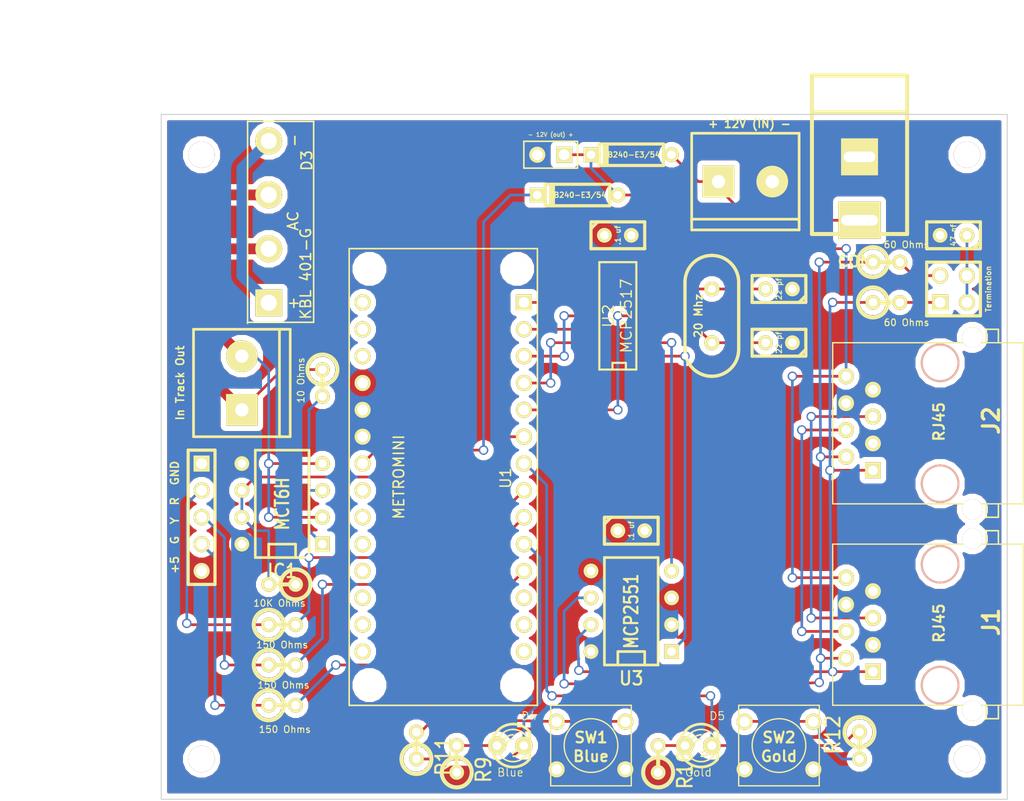
<source format=kicad_pcb>
(kicad_pcb (version 3) (host pcbnew "(2013-june-11)-stable")
  (layers (15 F.Cu signal) (0 B.Cu signal) (18 B.Paste user) (19 F.Paste user) (20 B.SilkS user) (21 F.SilkS user) (22 B.Mask user) (23 F.Mask user) (28 Edge.Cuts user))
  (net 0 "")
  (net 1 +5V)
  (net 2 CS)
  (net 3 GND)
  (net 4 INT)
  (net 5 MISO)
  (net 6 MOSI)
  (net 7 N-000001)
  (net 8 N-0000014)
  (net 9 N-0000015)
  (net 10 N-0000016)
  (net 11 N-0000017)
  (net 12 N-0000018)
  (net 13 N-0000019)
  (net 14 N-000002)
  (net 15 N-0000020)
  (net 16 N-0000021)
  (net 17 N-0000022)
  (net 18 N-0000023)
  (net 19 N-0000024)
  (net 20 N-0000025)
  (net 21 N-0000026)
  (net 22 N-0000027)
  (net 23 N-0000028)
  (net 24 N-0000029)
  (net 25 N-000003)
  (net 26 N-0000030)
  (net 27 N-0000031)
  (net 28 N-0000032)
  (net 29 N-0000033)
  (net 30 N-0000034)
  (net 31 N-0000035)
  (net 32 N-0000036)
  (net 33 N-000004)
  (net 34 N-000005)
  (net 35 N-0000052)
  (net 36 N-0000053)
  (net 37 SCLK)
  (net 38 Vin)
  (module SO14N (layer F.Cu) (at 127 121.92 90)
    (fp_text reference U2 (at 0 -0.9 90) (layer F.SilkS) (effects (font (size 1.016 1.143) (thickness 0.127))))
    (fp_text value MCP2517 (at 0 0.8 90) (layer F.SilkS) (effects (font (size 1.016 1.016) (thickness 0.127))))
    (pad 1 smd rect (at -3.81 2.7 90) (size 0.6 1.5) (layers F.Cu F.Paste F.Mask) (net 9 N-0000015))
    (pad 2 smd rect (at -2.54 2.7 90) (size 0.6 1.5) (layers F.Cu F.Paste F.Mask) (net 8 N-0000014))
    (pad 3 smd rect (at -1.27 2.7 90) (size 0.6 1.5) (layers F.Cu F.Paste F.Mask))
    (pad 4 smd rect (at 0 2.7 90) (size 0.6 1.5) (layers F.Cu F.Paste F.Mask) (net 4 INT))
    (pad 5 smd rect (at 1.27 2.7 90) (size 0.6 1.5) (layers F.Cu F.Paste F.Mask) (net 36 N-0000053))
    (pad 6 smd rect (at 2.54 2.7 90) (size 0.6 1.5) (layers F.Cu F.Paste F.Mask) (net 35 N-0000052))
    (pad 7 smd rect (at 3.81 2.7 90) (size 0.6 1.5) (layers F.Cu F.Paste F.Mask) (net 3 GND))
    (pad 8 smd rect (at 3.81 -2.7 90) (size 0.6 1.6) (layers F.Cu F.Paste F.Mask))
    (pad 9 smd rect (at 2.54 -2.7 90) (size 0.6 1.5) (layers F.Cu F.Paste F.Mask))
    (pad 11 smd rect (at 0 -2.7 90) (size 0.6 1.5) (layers F.Cu F.Paste F.Mask) (net 6 MOSI))
    (pad 12 smd rect (at -1.27 -2.7 90) (size 0.6 1.5) (layers F.Cu F.Paste F.Mask) (net 5 MISO))
    (pad 13 smd rect (at -2.54 -2.7 90) (size 0.6 1.5) (layers F.Cu F.Paste F.Mask) (net 2 CS))
    (pad 14 smd rect (at -3.81 -2.7 90) (size 0.6 1.5) (layers F.Cu F.Paste F.Mask) (net 1 +5V))
    (pad 10 smd rect (at 1.27 -2.7 90) (size 0.6 1.5) (layers F.Cu F.Paste F.Mask) (net 37 SCLK))
  )
  (module SW_PUSH_SMALL (layer F.Cu) (at 124.46 162.56)
    (fp_text reference SW1 (at 0 -0.762) (layer F.SilkS) (effects (font (size 1.016 1.016) (thickness 0.2032))))
    (fp_text value Blue (at 0 1.016) (layer F.SilkS) (effects (font (size 1.016 1.016) (thickness 0.2032))))
    (pad 1 thru_hole circle (at 3.25 -2.25) (size 1.524 1.524) (drill 0.99) (layers *.Cu *.Mask F.SilkS) (net 13 N-0000019))
    (pad 2 thru_hole circle (at 3.25 2.25) (size 1.524 1.524) (drill 0.99) (layers *.Cu *.Mask F.SilkS) (net 3 GND))
    (pad 1 thru_hole circle (at -3.25 -2.25) (size 1.525 1.525) (drill 0.99) (layers *.Cu *.Mask F.SilkS) (net 13 N-0000019))
    (pad 2 thru_hole circle (at -3.25 2.25) (size 1.524 1.524) (drill 0.99) (layers *.Cu *.Mask F.SilkS) (net 3 GND))
  )
  (module SW_PUSH_SMALL (layer F.Cu) (at 142.24 162.56)
    (fp_text reference SW2 (at 0 -0.762) (layer F.SilkS) (effects (font (size 1.016 1.016) (thickness 0.2032))))
    (fp_text value Gold (at 0 1.016) (layer F.SilkS) (effects (font (size 1.016 1.016) (thickness 0.2032))))
    (pad 1 thru_hole circle (at 3.25 -2.25) (size 1.524 1.524) (drill 0.99) (layers *.Cu *.Mask F.SilkS) (net 12 N-0000018))
    (pad 2 thru_hole circle (at 3.25 2.25) (size 1.524 1.524) (drill 0.99) (layers *.Cu *.Mask F.SilkS) (net 3 GND))
    (pad 1 thru_hole circle (at -3.25 -2.25) (size 1.524 1.524) (drill 0.99) (layers *.Cu *.Mask F.SilkS) (net 12 N-0000018))
    (pad 2 thru_hole circle (at -3.25 2.25) (size 1.524 1.524) (drill 0.99) (layers *.Cu *.Mask F.SilkS) (net 3 GND))
  )
  (module ScrewTerm_2.54-5 (layer F.Cu) (at 87.63 140.97 270)
    (fp_text reference P4 hide)
    (fp_text value "+5  G  Y  R  GND" (at 0 2.54 270) (layer F.SilkS) (effects (font (size 0.75 0.75))))
    (pad 1 thru_hole rect (at -5.08 0 270) (size 1.524 1.524) (drill 1.016) (layers *.Cu *.Mask F.SilkS) (net 3 GND))
    (pad 2 thru_hole circle (at -2.54 0 270) (size 1.524 1.524) (drill 1.016) (layers *.Cu *.Mask F.SilkS) (net 29 N-0000033))
    (pad 3 thru_hole circle (at 0 0 270) (size 1.524 1.524) (drill 1.016) (layers *.Cu *.Mask F.SilkS) (net 28 N-0000032))
    (pad 4 thru_hole circle (at 2.54 0 270) (size 1.524 1.524) (drill 1.016) (layers *.Cu *.Mask F.SilkS) (net 27 N-0000031))
    (pad 5 thru_hole circle (at 5.08 0 270) (size 1.524 1.524) (drill 1.016) (layers *.Cu *.Mask F.SilkS) (net 1 +5V))
  )
  (module RJ45_8N-S (layer F.Cu) (at 157.48 132.08 90)
    (fp_text reference J2 (at 0.254 4.826 90) (layer F.SilkS) (effects (font (size 1.524 1.524) (thickness 0.3048))))
    (fp_text value RJ45 (at 0.14224 -0.1016 90) (layer F.SilkS) (effects (font (size 1.00076 1.00076) (thickness 0.2032))))
    (pad "" np_thru_hole circle (at 5.715 0 90) (size 3.64998 3.64998) (drill 3.2512) (layers *.Cu *.SilkS *.Mask))
    (pad "" np_thru_hole circle (at -5.715 0 90) (size 3.64998 3.64998) (drill 3.2512) (layers *.Cu *.SilkS *.Mask))
    (pad 1 thru_hole rect (at -4.445 -6.35 90) (size 1.50114 1.50114) (drill 0.89916) (layers *.Cu *.Mask F.SilkS) (net 34 N-000005))
    (pad 2 thru_hole circle (at -3.175 -8.89 90) (size 1.50114 1.50114) (drill 0.89916) (layers *.Cu *.Mask F.SilkS) (net 25 N-000003))
    (pad 3 thru_hole circle (at -1.905 -6.35 90) (size 1.50114 1.50114) (drill 0.89916) (layers *.Cu *.Mask F.SilkS) (net 3 GND))
    (pad 4 thru_hole circle (at -0.635 -8.89 90) (size 1.50114 1.50114) (drill 0.89916) (layers *.Cu *.Mask F.SilkS) (net 14 N-000002))
    (pad 5 thru_hole circle (at 0.635 -6.35 90) (size 1.50114 1.50114) (drill 0.89916) (layers *.Cu *.Mask F.SilkS) (net 7 N-000001))
    (pad 6 thru_hole circle (at 1.905 -8.89 90) (size 1.50114 1.50114) (drill 0.89916) (layers *.Cu *.Mask F.SilkS) (net 3 GND))
    (pad 7 thru_hole circle (at 3.175 -6.35 90) (size 1.50114 1.50114) (drill 0.89916) (layers *.Cu *.Mask F.SilkS) (net 3 GND))
    (pad 8 thru_hole circle (at 4.445 -8.89 90) (size 1.50114 1.50114) (drill 0.89916) (layers *.Cu *.Mask F.SilkS) (net 15 N-0000020))
    (pad "" thru_hole circle (at -8.128 3.048 90) (size 1.9304 1.9304) (drill 1.9304) (layers *.Cu *.Mask F.SilkS))
    (pad "" thru_hole circle (at 8.128 3.048 90) (size 1.9304 1.9304) (drill 1.9304) (layers *.Cu *.Mask F.SilkS))
  )
  (module RJ45_8N-S (layer F.Cu) (at 157.48 151.13 90)
    (fp_text reference J1 (at 0.254 4.826 90) (layer F.SilkS) (effects (font (size 1.524 1.524) (thickness 0.3048))))
    (fp_text value RJ45 (at 0.14224 -0.1016 90) (layer F.SilkS) (effects (font (size 1.00076 1.00076) (thickness 0.2032))))
    (pad "" np_thru_hole circle (at 5.715 0 90) (size 3.64998 3.64998) (drill 3.2512) (layers *.Cu *.SilkS *.Mask))
    (pad "" np_thru_hole circle (at -5.715 0 90) (size 3.64998 3.64998) (drill 3.2512) (layers *.Cu *.SilkS *.Mask))
    (pad 1 thru_hole rect (at -4.445 -6.35 90) (size 1.50114 1.50114) (drill 0.89916) (layers *.Cu *.Mask F.SilkS) (net 34 N-000005))
    (pad 2 thru_hole circle (at -3.175 -8.89 90) (size 1.50114 1.50114) (drill 0.89916) (layers *.Cu *.Mask F.SilkS) (net 25 N-000003))
    (pad 3 thru_hole circle (at -1.905 -6.35 90) (size 1.50114 1.50114) (drill 0.89916) (layers *.Cu *.Mask F.SilkS) (net 3 GND))
    (pad 4 thru_hole circle (at -0.635 -8.89 90) (size 1.50114 1.50114) (drill 0.89916) (layers *.Cu *.Mask F.SilkS) (net 14 N-000002))
    (pad 5 thru_hole circle (at 0.635 -6.35 90) (size 1.50114 1.50114) (drill 0.89916) (layers *.Cu *.Mask F.SilkS) (net 7 N-000001))
    (pad 6 thru_hole circle (at 1.905 -8.89 90) (size 1.50114 1.50114) (drill 0.89916) (layers *.Cu *.Mask F.SilkS) (net 3 GND))
    (pad 7 thru_hole circle (at 3.175 -6.35 90) (size 1.50114 1.50114) (drill 0.89916) (layers *.Cu *.Mask F.SilkS) (net 3 GND))
    (pad 8 thru_hole circle (at 4.445 -8.89 90) (size 1.50114 1.50114) (drill 0.89916) (layers *.Cu *.Mask F.SilkS) (net 15 N-0000020))
    (pad "" thru_hole circle (at -8.128 3.048 90) (size 1.9304 1.9304) (drill 1.9304) (layers *.Cu *.Mask F.SilkS))
    (pad "" thru_hole circle (at 8.128 3.048 90) (size 1.9304 1.9304) (drill 1.9304) (layers *.Cu *.Mask F.SilkS))
  )
  (module R1 (layer F.Cu) (at 95.25 158.75)
    (fp_text reference R8 hide)
    (fp_text value "150 Ohms" (at 0.254 2.286) (layer F.SilkS) (effects (font (size 0.635 0.635) (thickness 0.1016))))
    (pad 1 thru_hole circle (at -1.27 0) (size 1.397 1.397) (drill 0.8128) (layers *.Cu *.Mask F.SilkS) (net 27 N-0000031))
    (pad 2 thru_hole circle (at 1.27 0) (size 1.397 1.397) (drill 0.8128) (layers *.Cu *.Mask F.SilkS) (net 26 N-0000030))
  )
  (module R1 (layer F.Cu) (at 95.25 154.94)
    (fp_text reference R7 hide)
    (fp_text value "150 Ohms" (at 0.127 1.905) (layer F.SilkS) (effects (font (size 0.635 0.635) (thickness 0.1016))))
    (pad 1 thru_hole circle (at -1.27 0) (size 1.397 1.397) (drill 0.8128) (layers *.Cu *.Mask F.SilkS) (net 28 N-0000032))
    (pad 2 thru_hole circle (at 1.27 0) (size 1.397 1.397) (drill 0.8128) (layers *.Cu *.Mask F.SilkS) (net 17 N-0000022))
  )
  (module R1 (layer F.Cu) (at 95.25 151.13)
    (fp_text reference R6 hide)
    (fp_text value "150 Ohms" (at 0 1.905) (layer F.SilkS) (effects (font (size 0.635 0.635) (thickness 0.1016))))
    (pad 1 thru_hole circle (at -1.27 0) (size 1.397 1.397) (drill 0.8128) (layers *.Cu *.Mask F.SilkS) (net 29 N-0000033))
    (pad 2 thru_hole circle (at 1.27 0) (size 1.397 1.397) (drill 0.8128) (layers *.Cu *.Mask F.SilkS) (net 16 N-0000021))
  )
  (module R1 (layer F.Cu) (at 95.25 147.32 180)
    (fp_text reference R5 hide)
    (fp_text value "10K Ohms" (at 0.254 -1.778 180) (layer F.SilkS) (effects (font (size 0.635 0.635) (thickness 0.1016))))
    (pad 1 thru_hole circle (at -1.27 0 180) (size 1.397 1.397) (drill 0.8128) (layers *.Cu *.Mask F.SilkS) (net 1 +5V))
    (pad 2 thru_hole circle (at 1.27 0 180) (size 1.397 1.397) (drill 0.8128) (layers *.Cu *.Mask F.SilkS) (net 30 N-0000034))
  )
  (module R1 (layer F.Cu) (at 99.06 128.27 270)
    (fp_text reference R4 hide)
    (fp_text value "10 Ohms" (at -0.254 2.032 270) (layer F.SilkS) (effects (font (size 0.635 0.635) (thickness 0.1016))))
    (pad 1 thru_hole circle (at -1.27 0 270) (size 1.397 1.397) (drill 0.8128) (layers *.Cu *.Mask F.SilkS) (net 32 N-0000036))
    (pad 2 thru_hole circle (at 1.27 0 270) (size 1.397 1.397) (drill 0.8128) (layers *.Cu *.Mask F.SilkS) (net 21 N-0000026))
  )
  (module R1 (layer F.Cu) (at 152.4 116.84)
    (fp_text reference R3 hide)
    (fp_text value "60 Ohms" (at 1.905 -1.651) (layer F.SilkS) (effects (font (size 0.635 0.635) (thickness 0.1016))))
    (pad 1 thru_hole circle (at -1.27 0) (size 1.397 1.397) (drill 0.8128) (layers *.Cu *.Mask F.SilkS) (net 25 N-000003))
    (pad 2 thru_hole circle (at 1.27 0) (size 1.397 1.397) (drill 0.8128) (layers *.Cu *.Mask F.SilkS) (net 24 N-0000029))
  )
  (module R1 (layer F.Cu) (at 152.4 120.65)
    (fp_text reference R2 hide)
    (fp_text value "60 Ohms" (at 1.905 1.905) (layer F.SilkS) (effects (font (size 0.635 0.635) (thickness 0.1016))))
    (pad 1 thru_hole circle (at -1.27 0) (size 1.397 1.397) (drill 0.8128) (layers *.Cu *.Mask F.SilkS) (net 34 N-000005))
    (pad 2 thru_hole circle (at 1.27 0) (size 1.397 1.397) (drill 0.8128) (layers *.Cu *.Mask F.SilkS) (net 33 N-000004))
  )
  (module PIN_ARRAY_2X2 (layer F.Cu) (at 158.75 119.38)
    (fp_text reference P1 hide)
    (fp_text value Termination (at 3.302 0 90) (layer F.SilkS) (effects (font (size 0.5 0.5) (thickness 0.1016))))
    (pad 1 thru_hole rect (at -1.27 1.27) (size 1.524 1.524) (drill 1.016) (layers *.Cu *.Mask F.SilkS) (net 33 N-000004))
    (pad 2 thru_hole circle (at -1.27 -1.27) (size 1.524 1.524) (drill 1.016) (layers *.Cu *.Mask F.SilkS) (net 24 N-0000029))
    (pad 3 thru_hole circle (at 1.27 1.27) (size 1.524 1.524) (drill 1.016) (layers *.Cu *.Mask F.SilkS) (net 23 N-0000028))
    (pad 4 thru_hole circle (at 1.27 -1.27) (size 1.524 1.524) (drill 1.016) (layers *.Cu *.Mask F.SilkS) (net 23 N-0000028))
  )
  (module mors_2p (layer F.Cu) (at 139.065 109.22)
    (fp_text reference P2 hide)
    (fp_text value "+ 12V (IN) -" (at 0.381 -5.461) (layer F.SilkS) (effects (font (size 0.75 0.75))))
    (pad 1 thru_hole rect (at -2.54 0) (size 2.99974 2.99974) (drill 1.24968) (layers *.Cu *.Mask F.SilkS) (net 18 N-0000023))
    (pad 2 thru_hole circle (at 2.54 0) (size 2.99974 2.99974) (drill 1.24968) (layers *.Cu *.Mask F.SilkS) (net 3 GND))
  )
  (module mors_2p (layer F.Cu) (at 91.44 128.27 90)
    (fp_text reference P3 hide)
    (fp_text value "In Track Out" (at 0 -5.842 90) (layer F.SilkS) (effects (font (size 0.75 0.75))))
    (pad 1 thru_hole rect (at -2.54 0 90) (size 2.99974 2.99974) (drill 1.24968) (layers *.Cu *.Mask F.SilkS) (net 32 N-0000036))
    (pad 2 thru_hole circle (at 2.54 0 90) (size 2.99974 2.99974) (drill 1.24968) (layers *.Cu *.Mask F.SilkS) (net 31 N-0000035))
  )
  (module MetroMini (layer F.Cu) (at 110.49 137.16 270)
    (fp_text reference U1 (at 0.1 -5.9 270) (layer F.SilkS))
    (fp_text value METROMINI (at 0 4.2 270) (layer F.SilkS))
    (pad "" np_thru_hole circle (at -19.685 -6.985 270) (size 2.2 2.2) (drill 2.2) (layers *.Cu *.Mask F.SilkS))
    (pad "" np_thru_hole circle (at -19.685 6.985 270) (size 2.2 2.2) (drill 2.2) (layers *.Cu *.Mask F.SilkS))
    (pad "" np_thru_hole circle (at 19.685 -6.985 270) (size 2.2 2.2) (drill 2.2) (layers *.Cu *.Mask F.SilkS))
    (pad "" np_thru_hole circle (at 19.685 6.985 270) (size 2.2 2.2) (drill 2.2) (layers *.Cu *.Mask F.SilkS))
    (pad 7 thru_hole circle (at -1.27 -7.63 270) (size 1.524 1.524) (drill 1.016) (layers *.Cu *.Mask F.SilkS) (net 20 N-0000025))
    (pad 6 thru_hole circle (at -3.81 -7.63 270) (size 1.524 1.524) (drill 1.016) (layers *.Cu *.Mask F.SilkS) (net 30 N-0000034))
    (pad 5 thru_hole circle (at -6.35 -7.63 270) (size 1.524 1.524) (drill 1.016) (layers *.Cu *.Mask F.SilkS) (net 4 INT))
    (pad 4 thru_hole circle (at -8.89 -7.63 270) (size 1.524 1.524) (drill 1.016) (layers *.Cu *.Mask F.SilkS) (net 2 CS))
    (pad 3 thru_hole circle (at -11.43 -7.63 270) (size 1.524 1.524) (drill 1.016) (layers *.Cu *.Mask F.SilkS) (net 6 MOSI))
    (pad 2 thru_hole circle (at -13.97 -7.63 270) (size 1.524 1.524) (drill 1.016) (layers *.Cu *.Mask F.SilkS) (net 5 MISO))
    (pad 1 thru_hole rect (at -16.51 -7.63 270) (size 1.524 1.524) (drill 1.016) (layers *.Cu *.Mask F.SilkS) (net 37 SCLK))
    (pad 8 thru_hole circle (at 1.27 -7.63 270) (size 1.524 1.524) (drill 1.016) (layers *.Cu *.Mask F.SilkS) (net 16 N-0000021))
    (pad 9 thru_hole circle (at 3.81 -7.63 270) (size 1.524 1.524) (drill 1.016) (layers *.Cu *.Mask F.SilkS) (net 17 N-0000022))
    (pad 10 thru_hole circle (at 6.35 -7.63 270) (size 1.524 1.524) (drill 1.016) (layers *.Cu *.Mask F.SilkS) (net 19 N-0000024))
    (pad 11 thru_hole circle (at 8.89 -7.63 270) (size 1.524 1.524) (drill 1.016) (layers *.Cu *.Mask F.SilkS) (net 26 N-0000030))
    (pad 12 thru_hole circle (at 11.43 -7.63 270) (size 1.524 1.524) (drill 1.016) (layers *.Cu *.Mask F.SilkS))
    (pad 13 thru_hole circle (at 13.97 -7.63 270) (size 1.524 1.524) (drill 1.016) (layers *.Cu *.Mask F.SilkS))
    (pad 14 thru_hole circle (at 16.51 -7.63 270) (size 1.524 1.524) (drill 1.016) (layers *.Cu *.Mask F.SilkS))
    (pad 15 thru_hole circle (at 16.51 7.63 270) (size 1.524 1.524) (drill 1.016) (layers *.Cu *.Mask F.SilkS))
    (pad 16 thru_hole circle (at 13.97 7.63 270) (size 1.524 1.524) (drill 1.016) (layers *.Cu *.Mask F.SilkS))
    (pad 17 thru_hole circle (at 11.43 7.63 270) (size 1.524 1.524) (drill 1.016) (layers *.Cu *.Mask F.SilkS))
    (pad 18 thru_hole circle (at 8.89 7.63 270) (size 1.524 1.524) (drill 1.016) (layers *.Cu *.Mask F.SilkS))
    (pad 19 thru_hole circle (at 6.35 7.63 270) (size 1.524 1.524) (drill 1.016) (layers *.Cu *.Mask F.SilkS))
    (pad 20 thru_hole circle (at 3.81 7.63 270) (size 1.524 1.524) (drill 1.016) (layers *.Cu *.Mask F.SilkS))
    (pad 21 thru_hole circle (at 1.27 7.63 270) (size 1.524 1.524) (drill 1.016) (layers *.Cu *.Mask F.SilkS))
    (pad 22 thru_hole circle (at -1.27 7.63 270) (size 1.524 1.524) (drill 1.016) (layers *.Cu *.Mask F.SilkS) (net 38 Vin))
    (pad 23 thru_hole circle (at -3.81 7.63 270) (size 1.524 1.524) (drill 1.016) (layers *.Cu *.Mask F.SilkS) (net 3 GND))
    (pad 24 thru_hole circle (at -6.35 7.63 270) (size 1.524 1.524) (drill 1.016) (layers *.Cu *.Mask F.SilkS) (net 3 GND))
    (pad 25 thru_hole circle (at -8.89 7.63 270) (size 1.524 1.524) (drill 1.016) (layers *.Cu *.Mask F.SilkS) (net 1 +5V))
    (pad 26 thru_hole circle (at -11.43 7.63 270) (size 1.524 1.524) (drill 1.016) (layers *.Cu *.Mask F.SilkS))
    (pad 27 thru_hole circle (at -13.97 7.63 270) (size 1.524 1.524) (drill 1.016) (layers *.Cu *.Mask F.SilkS))
    (pad 28 thru_hole circle (at -16.51 7.63 270) (size 1.524 1.524) (drill 1.016) (layers *.Cu *.Mask F.SilkS))
  )
  (module KBL (layer F.Cu) (at 93.98 113.03 90)
    (fp_text reference D3 (at 5.8 3.6 90) (layer F.SilkS))
    (fp_text value "KBL 401-G" (at -4.9 3.5 90) (layer F.SilkS))
    (fp_text user AC (at 0.1 2.3 90) (layer F.SilkS))
    (fp_text user - (at 7.7 2.4 90) (layer F.SilkS))
    (fp_text user + (at -7.7 2.3 90) (layer F.SilkS))
    (pad 1 thru_hole rect (at -7.65 0 90) (size 2.54 2.54) (drill 1.524) (layers *.Cu *.Mask F.SilkS) (net 22 N-0000027))
    (pad 2 thru_hole circle (at -2.55 0 90) (size 2.54 2.54) (drill 1.524) (layers *.Cu *.Mask F.SilkS) (net 31 N-0000035))
    (pad 3 thru_hole circle (at 2.55 0 90) (size 2.54 2.54) (drill 1.524) (layers *.Cu *.Mask F.SilkS) (net 32 N-0000036))
    (pad 4 thru_hole circle (at 7.65 0 90) (size 2.54 2.54) (drill 1.524) (layers *.Cu *.Mask F.SilkS) (net 22 N-0000027))
  )
  (module HC-49V (layer F.Cu) (at 135.89 121.92 90)
    (fp_text reference X1 hide)
    (fp_text value "20 Mhz" (at 0 -1.27 90) (layer F.SilkS) (effects (font (size 0.75 0.75))))
    (pad 1 thru_hole circle (at -2.54 0 90) (size 1.4224 1.4224) (drill 0.762) (layers *.Cu *.Mask F.SilkS) (net 36 N-0000053))
    (pad 2 thru_hole circle (at 2.54 0 90) (size 1.4224 1.4224) (drill 0.762) (layers *.Cu *.Mask F.SilkS) (net 35 N-0000052))
  )
  (module DIP-8__300 (layer F.Cu) (at 95.25 139.7 90)
    (fp_text reference IC1 (at -6.35 0 180) (layer F.SilkS) (effects (font (size 1.27 1.143) (thickness 0.2032))))
    (fp_text value MCT6H (at 0 0 90) (layer F.SilkS) (effects (font (size 1.27 1.016) (thickness 0.2032))))
    (pad 1 thru_hole rect (at -3.81 3.81 90) (size 1.397 1.397) (drill 0.8128) (layers *.Cu *.Mask F.SilkS) (net 21 N-0000026))
    (pad 2 thru_hole circle (at -1.27 3.81 90) (size 1.397 1.397) (drill 0.8128) (layers *.Cu *.Mask F.SilkS) (net 31 N-0000035))
    (pad 3 thru_hole circle (at 1.27 3.81 90) (size 1.397 1.397) (drill 0.8128) (layers *.Cu *.Mask F.SilkS) (net 21 N-0000026))
    (pad 4 thru_hole circle (at 3.81 3.81 90) (size 1.397 1.397) (drill 0.8128) (layers *.Cu *.Mask F.SilkS) (net 31 N-0000035))
    (pad 5 thru_hole circle (at 3.81 -3.81 90) (size 1.397 1.397) (drill 0.8128) (layers *.Cu *.Mask F.SilkS) (net 3 GND))
    (pad 6 thru_hole circle (at 1.27 -3.81 90) (size 1.397 1.397) (drill 0.8128) (layers *.Cu *.Mask F.SilkS) (net 30 N-0000034))
    (pad 7 thru_hole circle (at -1.27 -3.81 90) (size 1.397 1.397) (drill 0.8128) (layers *.Cu *.Mask F.SilkS) (net 30 N-0000034))
    (pad 8 thru_hole circle (at -3.81 -3.81 90) (size 1.397 1.397) (drill 0.8128) (layers *.Cu *.Mask F.SilkS) (net 3 GND))
  )
  (module DIP-8__300 (layer F.Cu) (at 128.27 149.86 90)
    (fp_text reference U3 (at -6.35 0 180) (layer F.SilkS) (effects (font (size 1.27 1.143) (thickness 0.2032))))
    (fp_text value MCP2551 (at 0 0 90) (layer F.SilkS) (effects (font (size 1.27 1.016) (thickness 0.2032))))
    (pad 1 thru_hole rect (at -3.81 3.81 90) (size 1.397 1.397) (drill 0.8128) (layers *.Cu *.Mask F.SilkS) (net 9 N-0000015))
    (pad 2 thru_hole circle (at -1.27 3.81 90) (size 1.397 1.397) (drill 0.8128) (layers *.Cu *.Mask F.SilkS) (net 3 GND))
    (pad 3 thru_hole circle (at 1.27 3.81 90) (size 1.397 1.397) (drill 0.8128) (layers *.Cu *.Mask F.SilkS) (net 1 +5V))
    (pad 4 thru_hole circle (at 3.81 3.81 90) (size 1.397 1.397) (drill 0.8128) (layers *.Cu *.Mask F.SilkS) (net 8 N-0000014))
    (pad 5 thru_hole circle (at 3.81 -3.81 90) (size 1.397 1.397) (drill 0.8128) (layers *.Cu *.Mask F.SilkS) (net 1 +5V))
    (pad 6 thru_hole circle (at 1.27 -3.81 90) (size 1.397 1.397) (drill 0.8128) (layers *.Cu *.Mask F.SilkS) (net 25 N-000003))
    (pad 7 thru_hole circle (at -1.27 -3.81 90) (size 1.397 1.397) (drill 0.8128) (layers *.Cu *.Mask F.SilkS) (net 34 N-000005))
    (pad 8 thru_hole circle (at -3.81 -3.81 90) (size 1.397 1.397) (drill 0.8128) (layers *.Cu *.Mask F.SilkS) (net 3 GND))
  )
  (module D3 (layer F.Cu) (at 128.27 106.68 180)
    (fp_text reference D2 hide)
    (fp_text value SB240-E3/54 (at 0 0 180) (layer F.SilkS) (effects (font (size 0.5 0.5) (thickness 0.1016))))
    (pad 2 thru_hole rect (at 3.81 0 180) (size 1.397 1.397) (drill 0.8128) (layers *.Cu *.Mask F.SilkS) (net 15 N-0000020))
    (pad 1 thru_hole circle (at -3.81 0 180) (size 1.397 1.397) (drill 0.8128) (layers *.Cu *.Mask F.SilkS) (net 18 N-0000023))
  )
  (module D3 (layer F.Cu) (at 123.19 110.49 180)
    (fp_text reference D1 hide)
    (fp_text value SB240-E3/54 (at 0 0 180) (layer F.SilkS) (effects (font (size 0.5 0.5) (thickness 0.1016))))
    (pad 2 thru_hole rect (at 3.81 0 180) (size 1.397 1.397) (drill 0.8128) (layers *.Cu *.Mask F.SilkS) (net 38 Vin))
    (pad 1 thru_hole circle (at -3.81 0 180) (size 1.397 1.397) (drill 0.8128) (layers *.Cu *.Mask F.SilkS) (net 15 N-0000020))
  )
  (module C1 (layer F.Cu) (at 128.27 142.24)
    (fp_text reference C3 hide)
    (fp_text value ".1 uf" (at 0 0 90) (layer F.SilkS) (effects (font (size 0.5 0.5) (thickness 0.1016))))
    (pad 1 thru_hole circle (at -1.27 0) (size 1.397 1.397) (drill 0.8128) (layers *.Cu *.Mask F.SilkS) (net 1 +5V))
    (pad 2 thru_hole circle (at 1.27 0) (size 1.397 1.397) (drill 0.8128) (layers *.Cu *.Mask F.SilkS) (net 3 GND))
  )
  (module C1 (layer F.Cu) (at 158.75 114.3 180)
    (fp_text reference C4 hide)
    (fp_text value "47 nf" (at 0 0 270) (layer F.SilkS) (effects (font (size 0.5 0.5) (thickness 0.1016))))
    (pad 1 thru_hole circle (at -1.27 0 180) (size 1.397 1.397) (drill 0.8128) (layers *.Cu *.Mask F.SilkS) (net 23 N-0000028))
    (pad 2 thru_hole circle (at 1.27 0 180) (size 1.397 1.397) (drill 0.8128) (layers *.Cu *.Mask F.SilkS) (net 3 GND))
  )
  (module C1 (layer F.Cu) (at 142.24 124.46 180)
    (fp_text reference C2 hide)
    (fp_text value "22 pf" (at 0 0 270) (layer F.SilkS) (effects (font (size 0.5 0.5) (thickness 0.1016))))
    (pad 1 thru_hole circle (at -1.27 0 180) (size 1.397 1.397) (drill 0.8128) (layers *.Cu *.Mask F.SilkS) (net 3 GND))
    (pad 2 thru_hole circle (at 1.27 0 180) (size 1.397 1.397) (drill 0.8128) (layers *.Cu *.Mask F.SilkS) (net 36 N-0000053))
  )
  (module C1 (layer F.Cu) (at 142.24 119.38 180)
    (fp_text reference C1 hide)
    (fp_text value "22 pf" (at 0 0 270) (layer F.SilkS) (effects (font (size 0.5 0.5) (thickness 0.1016))))
    (pad 1 thru_hole circle (at -1.27 0 180) (size 1.397 1.397) (drill 0.8128) (layers *.Cu *.Mask F.SilkS) (net 3 GND))
    (pad 2 thru_hole circle (at 1.27 0 180) (size 1.397 1.397) (drill 0.8128) (layers *.Cu *.Mask F.SilkS) (net 35 N-0000052))
  )
  (module MountingHole_2-5mm_RevA_Date21Jun2010 (layer F.Cu) (at 160.02 106.68)
    (fp_text reference MH hide)
    (fp_text value MountingHole_2-5mm_RevA_Date21Jun2010 hide)
    (pad 1 thru_hole circle (at 0 0) (size 2.49936 2.49936) (drill 2.49936) (layers))
  )
  (module MountingHole_2-5mm_RevA_Date21Jun2010 (layer F.Cu) (at 160.02 163.83)
    (fp_text reference MH hide)
    (fp_text value MountingHole_2-5mm_RevA_Date21Jun2010 hide)
    (pad 1 thru_hole circle (at 0 0) (size 2.49936 2.49936) (drill 2.49936) (layers))
  )
  (module MountingHole_2-5mm_RevA_Date21Jun2010 (layer F.Cu) (at 87.63 163.83)
    (fp_text reference MH hide)
    (fp_text value MountingHole_2-5mm_RevA_Date21Jun2010 hide)
    (pad 1 thru_hole circle (at 0 0) (size 2.49936 2.49936) (drill 2.49936) (layers))
  )
  (module MountingHole_2-5mm_RevA_Date21Jun2010 (layer F.Cu) (at 87.63 106.68)
    (fp_text reference MH hide)
    (fp_text value MountingHole_2-5mm_RevA_Date21Jun2010 hide)
    (pad 1 thru_hole circle (at 0 0) (size 2.49936 2.49936) (drill 2.49936) (layers))
  )
  (module ScrewTerm2.54-2 (layer F.Cu) (at 120.65 106.68 180)
    (fp_text reference P5 hide)
    (fp_text value "- 12V (out) +" (at 0 1.905 180) (layer F.SilkS) (effects (font (size 0.381 0.381) (thickness 0.075))))
    (pad 1 thru_hole rect (at -1.27 0 270) (size 1.524 1.524) (drill 1.016) (layers *.Cu *.Mask F.SilkS) (net 15 N-0000020))
    (pad 2 thru_hole circle (at 1.27 0 270) (size 1.524 1.524) (drill 1.016) (layers *.Cu *.Mask F.SilkS) (net 3 GND))
  )
  (module R1 (layer F.Cu) (at 111.76 163.83 90)
    (fp_text reference R9 (at -1.016 2.54 90) (layer F.SilkS) (effects (font (size 1.397 1.27) (thickness 0.2032))))
    (fp_text value "1K Ohms" hide)
    (pad 1 thru_hole circle (at -1.27 0 90) (size 1.397 1.397) (drill 0.8128) (layers *.Cu *.Mask F.SilkS) (net 1 +5V))
    (pad 2 thru_hole circle (at 1.27 0 90) (size 1.397 1.397) (drill 0.8128) (layers *.Cu *.Mask F.SilkS) (net 11 N-0000017))
  )
  (module R1 (layer F.Cu) (at 130.81 163.83 90)
    (fp_text reference R10 (at -1.016 2.54 90) (layer F.SilkS) (effects (font (size 1.397 1.27) (thickness 0.2032))))
    (fp_text value "1K Ohms" hide)
    (pad 1 thru_hole circle (at -1.27 0 90) (size 1.397 1.397) (drill 0.8128) (layers *.Cu *.Mask F.SilkS) (net 1 +5V))
    (pad 2 thru_hole circle (at 1.27 0 90) (size 1.397 1.397) (drill 0.8128) (layers *.Cu *.Mask F.SilkS) (net 10 N-0000016))
  )
  (module R1 (layer F.Cu) (at 107.95 162.56 90)
    (fp_text reference R11 (at -1.016 2.54 90) (layer F.SilkS) (effects (font (size 1.397 1.27) (thickness 0.2032))))
    (fp_text value "510 Ohms" hide)
    (pad 1 thru_hole circle (at -1.27 0 90) (size 1.397 1.397) (drill 0.8128) (layers *.Cu *.Mask F.SilkS) (net 19 N-0000024))
    (pad 2 thru_hole circle (at 1.27 0 90) (size 1.397 1.397) (drill 0.8128) (layers *.Cu *.Mask F.SilkS) (net 13 N-0000019))
  )
  (module R1 (layer F.Cu) (at 149.86 162.56 270)
    (fp_text reference R12 (at -1.016 2.54 270) (layer F.SilkS) (effects (font (size 1.397 1.27) (thickness 0.2032))))
    (fp_text value "510 Ohms" hide)
    (pad 1 thru_hole circle (at -1.27 0 270) (size 1.397 1.397) (drill 0.8128) (layers *.Cu *.Mask F.SilkS) (net 20 N-0000025))
    (pad 2 thru_hole circle (at 1.27 0 270) (size 1.397 1.397) (drill 0.8128) (layers *.Cu *.Mask F.SilkS) (net 12 N-0000018))
  )
  (module LED-3MM (layer F.Cu) (at 116.84 162.56)
    (fp_text reference D4 (at 1.778 -2.794) (layer F.SilkS) (effects (font (size 0.762 0.762) (thickness 0.0889))))
    (fp_text value Blue (at 0 2.54) (layer F.SilkS) (effects (font (size 0.762 0.762) (thickness 0.0889))))
    (pad 1 thru_hole circle (at -1.27 0) (size 1.6764 1.6764) (drill 0.8128) (layers *.Cu *.Mask F.SilkS) (net 11 N-0000017))
    (pad 2 thru_hole circle (at 1.27 0) (size 1.6764 1.6764) (drill 0.8128) (layers *.Cu *.Mask F.SilkS) (net 19 N-0000024))
  )
  (module LED-3MM (layer F.Cu) (at 134.62 162.56)
    (fp_text reference D5 (at 1.778 -2.794) (layer F.SilkS) (effects (font (size 0.762 0.762) (thickness 0.0889))))
    (fp_text value Gold (at 0 2.54) (layer F.SilkS) (effects (font (size 0.762 0.762) (thickness 0.0889))))
    (pad 1 thru_hole circle (at -1.27 0) (size 1.6764 1.6764) (drill 0.8128) (layers *.Cu *.Mask F.SilkS) (net 10 N-0000016))
    (pad 2 thru_hole circle (at 1.27 0) (size 1.6764 1.6764) (drill 0.8128) (layers *.Cu *.Mask F.SilkS) (net 20 N-0000025))
  )
  (module C1 (layer F.Cu) (at 127 114.3)
    (fp_text reference C5 hide)
    (fp_text value ".1 uf" (at 0 0 90) (layer F.SilkS) (effects (font (size 0.5 0.5) (thickness 0.1016))))
    (pad 1 thru_hole circle (at -1.27 0) (size 1.397 1.397) (drill 0.8128) (layers *.Cu *.Mask F.SilkS) (net 1 +5V))
    (pad 2 thru_hole circle (at 1.27 0) (size 1.397 1.397) (drill 0.8128) (layers *.Cu *.Mask F.SilkS) (net 3 GND))
  )
  (module BARREL_JACK_nosw (layer F.Cu) (at 149.86 106.68 270)
    (fp_text reference CON1 (at 10.09904 0 360) (layer F.SilkS) (effects (font (size 1.016 1.016) (thickness 0.2032))))
    (fp_text value PJ_037A hide)
    (pad 1 thru_hole rect (at 6.2 0 270) (size 3.50012 4) (drill oval 1 3.5) (layers *.Cu *.Mask F.SilkS) (net 18 N-0000023))
    (pad 2 thru_hole rect (at 0.2 0 270) (size 3.50012 3.50012) (drill oval 1.00076 2.99974) (layers *.Cu *.Mask F.SilkS) (net 3 GND))
  )
  (gr_line (start 83.82 167.64) (end 163.83 167.64) (angle 90) (layer Edge.Cuts) (width 0.1))
  (gr_line (start 83.82 102.87) (end 83.82 167.64) (angle 90) (layer Edge.Cuts) (width 0.1))
  (gr_line (start 163.83 102.87) (end 83.82 102.87) (angle 90) (layer Edge.Cuts) (width 0.1))
  (gr_line (start 163.83 167.64) (end 163.83 102.87) (angle 90) (layer Edge.Cuts) (width 0.1))
  (segment (start 124.3 124.46) (end 120.65 124.46) (width 0.254) (layer F.Cu) (net 2))
  (segment (start 120.65 128.27) (end 118.12 128.27) (width 0.254) (layer F.Cu) (net 2))
  (via (at 120.65 128.27) (size 0.889) (layers F.Cu B.Cu) (net 2))
  (segment (start 120.65 124.46) (end 120.65 128.27) (width 0.254) (layer B.Cu) (net 2))
  (via (at 120.65 124.46) (size 0.889) (layers F.Cu B.Cu) (net 2))
  (segment (start 129.7 118.11) (end 129.7 115.73) (width 0.254) (layer F.Cu) (net 3))
  (segment (start 129.7 115.73) (end 128.27 114.3) (width 0.254) (layer F.Cu) (net 3))
  (segment (start 129.7 121.92) (end 127 121.92) (width 0.254) (layer F.Cu) (net 4))
  (segment (start 127 130.81) (end 118.12 130.81) (width 0.254) (layer F.Cu) (net 4))
  (via (at 127 130.81) (size 0.889) (layers F.Cu B.Cu) (net 4))
  (segment (start 127 121.92) (end 127 130.81) (width 0.254) (layer B.Cu) (net 4))
  (via (at 127 121.92) (size 0.889) (layers F.Cu B.Cu) (net 4))
  (segment (start 124.3 123.19) (end 118.12 123.19) (width 0.254) (layer F.Cu) (net 5))
  (segment (start 124.3 121.92) (end 121.92 121.92) (width 0.254) (layer F.Cu) (net 6))
  (segment (start 121.92 125.73) (end 118.12 125.73) (width 0.254) (layer F.Cu) (net 6))
  (via (at 121.92 125.73) (size 0.889) (layers F.Cu B.Cu) (net 6))
  (segment (start 121.92 121.92) (end 121.92 125.73) (width 0.254) (layer B.Cu) (net 6))
  (via (at 121.92 121.92) (size 0.889) (layers F.Cu B.Cu) (net 6))
  (segment (start 151.13 150.495) (end 145.288 150.495) (width 0.254) (layer F.Cu) (net 7))
  (segment (start 145.288 131.445) (end 151.13 131.445) (width 0.254) (layer F.Cu) (net 7))
  (via (at 145.288 131.445) (size 0.889) (layers F.Cu B.Cu) (net 7))
  (segment (start 145.288 150.495) (end 145.288 131.445) (width 0.254) (layer B.Cu) (net 7))
  (via (at 145.288 150.495) (size 0.889) (layers F.Cu B.Cu) (net 7))
  (segment (start 129.7 124.46) (end 132.08 124.46) (width 0.254) (layer F.Cu) (net 8))
  (segment (start 132.08 124.46) (end 132.08 146.05) (width 0.254) (layer B.Cu) (net 8))
  (via (at 132.08 124.46) (size 0.889) (layers F.Cu B.Cu) (net 8))
  (segment (start 129.7 125.73) (end 133.35 125.73) (width 0.254) (layer F.Cu) (net 9))
  (segment (start 133.35 152.4) (end 132.08 153.67) (width 0.254) (layer B.Cu) (net 9))
  (segment (start 133.35 125.73) (end 133.35 152.4) (width 0.254) (layer B.Cu) (net 9))
  (via (at 133.35 125.73) (size 0.889) (layers F.Cu B.Cu) (net 9))
  (segment (start 130.81 162.56) (end 133.35 162.56) (width 0.254) (layer F.Cu) (net 10))
  (segment (start 111.76 162.56) (end 115.57 162.56) (width 0.254) (layer F.Cu) (net 11))
  (segment (start 146.05 160.02) (end 146.05 161.671) (width 0.254) (layer B.Cu) (net 12))
  (segment (start 148.209 163.83) (end 149.86 163.83) (width 0.254) (layer B.Cu) (net 12))
  (segment (start 146.05 161.671) (end 148.209 163.83) (width 0.254) (layer B.Cu) (net 12))
  (segment (start 138.43 160.274) (end 146.05 160.274) (width 0.254) (layer F.Cu) (net 12))
  (segment (start 120.65 160.274) (end 128.27 160.274) (width 0.254) (layer F.Cu) (net 13))
  (segment (start 107.95 161.29) (end 108.331 161.29) (width 0.254) (layer F.Cu) (net 13))
  (segment (start 109.601 160.02) (end 120.65 160.274) (width 0.254) (layer F.Cu) (net 13))
  (segment (start 108.331 161.29) (end 109.601 160.02) (width 0.254) (layer F.Cu) (net 13))
  (segment (start 148.59 132.715) (end 144.399 132.715) (width 0.254) (layer F.Cu) (net 14))
  (segment (start 144.399 151.765) (end 148.59 151.765) (width 0.254) (layer F.Cu) (net 14))
  (via (at 144.399 151.765) (size 0.889) (layers F.Cu B.Cu) (net 14))
  (segment (start 144.399 148.336) (end 144.399 151.765) (width 0.254) (layer B.Cu) (net 14))
  (segment (start 144.399 132.715) (end 144.399 148.336) (width 0.254) (layer B.Cu) (net 14))
  (via (at 144.399 132.715) (size 0.889) (layers F.Cu B.Cu) (net 14))
  (segment (start 124.46 106.68) (end 124.46 107.95) (width 0.254) (layer B.Cu) (net 15))
  (segment (start 124.46 107.95) (end 127 110.49) (width 0.254) (layer B.Cu) (net 15))
  (segment (start 124.46 106.68) (end 121.92 106.68) (width 0.254) (layer F.Cu) (net 15))
  (segment (start 148.59 115.57) (end 133.985 115.57) (width 0.254) (layer F.Cu) (net 15))
  (segment (start 133.985 115.57) (end 130.175 111.76) (width 0.254) (layer F.Cu) (net 15))
  (segment (start 128.905 110.49) (end 127 110.49) (width 0.254) (layer F.Cu) (net 15))
  (segment (start 130.175 111.76) (end 128.905 110.49) (width 0.254) (layer F.Cu) (net 15))
  (segment (start 130.556 112.141) (end 130.175 111.76) (width 0.254) (layer F.Cu) (net 15))
  (segment (start 148.59 127.635) (end 148.59 115.57) (width 0.254) (layer B.Cu) (net 15))
  (segment (start 148.59 115.57) (end 148.463 115.697) (width 0.254) (layer F.Cu) (net 15))
  (via (at 148.59 115.57) (size 0.889) (layers F.Cu B.Cu) (net 15))
  (segment (start 148.59 146.685) (end 143.51 146.685) (width 0.254) (layer F.Cu) (net 15))
  (segment (start 143.51 127.635) (end 148.59 127.635) (width 0.254) (layer F.Cu) (net 15))
  (via (at 143.51 127.635) (size 0.889) (layers F.Cu B.Cu) (net 15))
  (segment (start 143.51 146.685) (end 143.51 127.635) (width 0.254) (layer B.Cu) (net 15))
  (via (at 143.51 146.685) (size 0.889) (layers F.Cu B.Cu) (net 15))
  (segment (start 113.03 142.24) (end 114.31 142.24) (width 0.254) (layer F.Cu) (net 16))
  (segment (start 114.31 142.24) (end 118.12 138.43) (width 0.254) (layer F.Cu) (net 16))
  (segment (start 96.52 151.13) (end 97.79 149.86) (width 0.254) (layer B.Cu) (net 16))
  (segment (start 113.03 142.24) (end 114.427 142.24) (width 0.254) (layer F.Cu) (net 16))
  (segment (start 110.49 144.78) (end 113.03 142.24) (width 0.254) (layer F.Cu) (net 16))
  (segment (start 97.79 144.78) (end 110.49 144.78) (width 0.254) (layer F.Cu) (net 16))
  (via (at 97.79 144.78) (size 0.889) (layers F.Cu B.Cu) (net 16))
  (segment (start 97.79 149.86) (end 97.79 144.78) (width 0.254) (layer B.Cu) (net 16))
  (segment (start 96.52 154.94) (end 99.06 152.4) (width 0.254) (layer B.Cu) (net 17))
  (segment (start 114.3 144.78) (end 118.11 140.97) (width 0.254) (layer F.Cu) (net 17))
  (segment (start 118.11 140.97) (end 118.12 140.97) (width 0.254) (layer F.Cu) (net 17))
  (segment (start 114.3 146.05) (end 114.3 144.78) (width 0.254) (layer F.Cu) (net 17))
  (segment (start 113.03 147.32) (end 114.3 146.05) (width 0.254) (layer F.Cu) (net 17))
  (segment (start 99.06 147.32) (end 113.03 147.32) (width 0.254) (layer F.Cu) (net 17))
  (via (at 99.06 147.32) (size 0.889) (layers F.Cu B.Cu) (net 17))
  (segment (start 99.06 152.4) (end 99.06 147.32) (width 0.254) (layer B.Cu) (net 17))
  (segment (start 136.525 109.22) (end 136.525 109.855) (width 0.254) (layer F.Cu) (net 18))
  (segment (start 139.55 112.88) (end 149.86 112.88) (width 0.254) (layer F.Cu) (net 18))
  (segment (start 136.525 109.855) (end 139.55 112.88) (width 0.254) (layer F.Cu) (net 18))
  (segment (start 136.525 109.22) (end 134.62 109.22) (width 0.254) (layer F.Cu) (net 18))
  (segment (start 134.62 109.22) (end 132.08 106.68) (width 0.254) (layer F.Cu) (net 18))
  (segment (start 107.95 163.83) (end 109.982 163.83) (width 0.254) (layer F.Cu) (net 19))
  (segment (start 116.586 164.084) (end 118.11 162.56) (width 0.254) (layer F.Cu) (net 19))
  (segment (start 114.173 164.084) (end 116.586 164.084) (width 0.254) (layer F.Cu) (net 19))
  (segment (start 113.919 163.83) (end 114.173 164.084) (width 0.254) (layer F.Cu) (net 19))
  (segment (start 109.982 163.83) (end 113.919 163.83) (width 0.254) (layer F.Cu) (net 19))
  (segment (start 118.12 143.51) (end 118.364 143.51) (width 0.254) (layer B.Cu) (net 19))
  (segment (start 118.11 160.02) (end 118.11 162.56) (width 0.254) (layer B.Cu) (net 19))
  (segment (start 119.634 158.496) (end 118.11 160.02) (width 0.254) (layer B.Cu) (net 19))
  (segment (start 119.634 144.78) (end 119.634 158.496) (width 0.254) (layer B.Cu) (net 19))
  (segment (start 118.364 143.51) (end 119.634 144.78) (width 0.254) (layer B.Cu) (net 19))
  (segment (start 149.86 161.29) (end 149.479 161.29) (width 0.254) (layer F.Cu) (net 20))
  (segment (start 148.209 162.56) (end 135.89 162.56) (width 0.254) (layer F.Cu) (net 20))
  (segment (start 149.479 161.29) (end 148.209 162.56) (width 0.254) (layer F.Cu) (net 20))
  (segment (start 118.12 135.89) (end 118.237 135.89) (width 0.254) (layer B.Cu) (net 20))
  (segment (start 135.89 157.988) (end 135.89 162.56) (width 0.254) (layer B.Cu) (net 20))
  (segment (start 135.763 157.861) (end 135.89 157.988) (width 0.254) (layer B.Cu) (net 20))
  (via (at 135.763 157.861) (size 0.889) (layers F.Cu B.Cu) (net 20))
  (segment (start 125.984 157.861) (end 135.763 157.861) (width 0.254) (layer F.Cu) (net 20))
  (segment (start 120.777 157.861) (end 125.984 157.861) (width 0.254) (layer F.Cu) (net 20))
  (via (at 120.777 157.861) (size 0.889) (layers F.Cu B.Cu) (net 20))
  (segment (start 120.269 157.353) (end 120.777 157.861) (width 0.254) (layer B.Cu) (net 20))
  (segment (start 120.269 137.922) (end 120.269 157.353) (width 0.254) (layer B.Cu) (net 20))
  (segment (start 118.237 135.89) (end 120.269 137.922) (width 0.254) (layer B.Cu) (net 20))
  (segment (start 97.79 138.43) (end 97.79 130.81) (width 0.254) (layer B.Cu) (net 21))
  (segment (start 97.79 130.81) (end 99.06 129.54) (width 0.254) (layer B.Cu) (net 21))
  (segment (start 97.79 142.24) (end 97.79 138.43) (width 0.254) (layer B.Cu) (net 21))
  (segment (start 99.06 143.51) (end 97.79 142.24) (width 0.254) (layer B.Cu) (net 21))
  (segment (start 97.79 138.43) (end 99.06 138.43) (width 0.254) (layer B.Cu) (net 21))
  (segment (start 93.98 105.38) (end 93.98 105.41) (width 1.02) (layer B.Cu) (net 22))
  (segment (start 93.98 105.41) (end 91.44 107.95) (width 1.02) (layer B.Cu) (net 22))
  (segment (start 91.44 107.95) (end 91.44 118.14) (width 1.02) (layer B.Cu) (net 22))
  (segment (start 91.44 118.14) (end 93.98 120.68) (width 1.02) (layer B.Cu) (net 22))
  (segment (start 160.02 114.3) (end 160.02 118.11) (width 0.254) (layer B.Cu) (net 23))
  (segment (start 160.02 120.65) (end 160.02 118.11) (width 0.254) (layer B.Cu) (net 23))
  (segment (start 157.48 118.11) (end 154.94 118.11) (width 0.254) (layer F.Cu) (net 24))
  (segment (start 154.94 118.11) (end 153.67 116.84) (width 0.254) (layer F.Cu) (net 24))
  (segment (start 146.177 116.84) (end 151.13 116.84) (width 0.254) (layer F.Cu) (net 25))
  (segment (start 146.177 154.305) (end 146.177 156.464) (width 0.254) (layer B.Cu) (net 25))
  (segment (start 123.19 148.59) (end 124.46 148.59) (width 0.254) (layer B.Cu) (net 25))
  (segment (start 121.92 149.86) (end 123.19 148.59) (width 0.254) (layer B.Cu) (net 25))
  (segment (start 121.92 156.718) (end 121.92 149.86) (width 0.254) (layer B.Cu) (net 25))
  (via (at 121.92 156.718) (size 0.889) (layers F.Cu B.Cu) (net 25))
  (segment (start 144.018 156.718) (end 121.92 156.718) (width 0.254) (layer F.Cu) (net 25))
  (segment (start 146.05 156.591) (end 144.018 156.718) (width 0.254) (layer F.Cu) (net 25))
  (via (at 146.05 156.591) (size 0.889) (layers F.Cu B.Cu) (net 25))
  (segment (start 146.177 156.464) (end 146.05 156.591) (width 0.254) (layer B.Cu) (net 25))
  (segment (start 124.46 148.59) (end 124.587 148.59) (width 0.254) (layer F.Cu) (net 25))
  (segment (start 146.177 135.255) (end 146.05 116.84) (width 0.254) (layer B.Cu) (net 25))
  (via (at 146.05 116.84) (size 0.889) (layers F.Cu B.Cu) (net 25))
  (segment (start 148.59 154.305) (end 146.177 154.305) (width 0.254) (layer F.Cu) (net 25))
  (segment (start 146.177 135.255) (end 148.59 135.255) (width 0.254) (layer F.Cu) (net 25))
  (via (at 146.177 135.255) (size 0.889) (layers F.Cu B.Cu) (net 25))
  (segment (start 146.177 154.305) (end 146.177 147.955) (width 0.254) (layer B.Cu) (net 25))
  (segment (start 146.177 147.955) (end 146.177 135.255) (width 0.254) (layer B.Cu) (net 25))
  (via (at 146.177 154.305) (size 0.889) (layers F.Cu B.Cu) (net 25))
  (segment (start 96.52 158.75) (end 100.33 154.94) (width 0.254) (layer B.Cu) (net 26))
  (segment (start 114.31 149.86) (end 118.12 146.05) (width 0.254) (layer F.Cu) (net 26))
  (segment (start 114.31 151.12) (end 114.31 149.86) (width 0.254) (layer F.Cu) (net 26))
  (segment (start 110.49 154.94) (end 114.31 151.12) (width 0.254) (layer F.Cu) (net 26))
  (segment (start 100.33 154.94) (end 110.49 154.94) (width 0.254) (layer F.Cu) (net 26))
  (via (at 100.33 154.94) (size 0.889) (layers F.Cu B.Cu) (net 26))
  (segment (start 88.9 144.78) (end 88.9 158.75) (width 0.254) (layer B.Cu) (net 27))
  (via (at 88.9 158.75) (size 0.889) (layers F.Cu B.Cu) (net 27))
  (segment (start 88.9 158.75) (end 93.98 158.75) (width 0.254) (layer F.Cu) (net 27))
  (segment (start 88.9 144.78) (end 87.63 143.51) (width 0.254) (layer B.Cu) (net 27))
  (segment (start 87.63 140.97) (end 87.884 140.97) (width 0.254) (layer B.Cu) (net 28))
  (segment (start 89.789 154.94) (end 93.98 154.94) (width 0.254) (layer F.Cu) (net 28))
  (via (at 89.789 154.94) (size 0.889) (layers F.Cu B.Cu) (net 28))
  (segment (start 89.789 142.875) (end 89.789 154.94) (width 0.254) (layer B.Cu) (net 28))
  (segment (start 87.884 140.97) (end 89.789 142.875) (width 0.254) (layer B.Cu) (net 28))
  (segment (start 93.98 151.13) (end 86.36 151.13) (width 0.254) (layer F.Cu) (net 29))
  (segment (start 87.503 138.43) (end 87.63 138.43) (width 0.254) (layer B.Cu) (net 29))
  (segment (start 86.233 139.7) (end 87.503 138.43) (width 0.254) (layer B.Cu) (net 29))
  (segment (start 86.233 151.003) (end 86.233 139.7) (width 0.254) (layer B.Cu) (net 29))
  (via (at 86.233 151.003) (size 0.889) (layers F.Cu B.Cu) (net 29))
  (segment (start 86.36 151.13) (end 86.233 151.003) (width 0.254) (layer F.Cu) (net 29))
  (segment (start 91.44 138.43) (end 92.71 137.16) (width 0.254) (layer F.Cu) (net 30))
  (segment (start 116.84 133.35) (end 118.12 133.35) (width 0.254) (layer F.Cu) (net 30))
  (segment (start 115.57 134.62) (end 116.84 133.35) (width 0.254) (layer F.Cu) (net 30))
  (segment (start 115.57 137.16) (end 115.57 134.62) (width 0.254) (layer F.Cu) (net 30))
  (segment (start 92.71 137.16) (end 115.57 137.16) (width 0.254) (layer F.Cu) (net 30))
  (segment (start 118.11 133.35) (end 118.12 133.35) (width 0.254) (layer F.Cu) (net 30))
  (segment (start 93.98 147.32) (end 93.98 142.24) (width 0.254) (layer B.Cu) (net 30))
  (segment (start 92.71 142.24) (end 91.44 140.97) (width 0.254) (layer B.Cu) (net 30))
  (segment (start 93.98 142.24) (end 92.71 142.24) (width 0.254) (layer B.Cu) (net 30))
  (segment (start 91.44 140.97) (end 91.44 138.43) (width 0.254) (layer B.Cu) (net 30))
  (segment (start 91.44 125.73) (end 92.71 125.73) (width 0.254) (layer B.Cu) (net 31))
  (segment (start 93.98 127) (end 93.98 135.89) (width 0.254) (layer B.Cu) (net 31))
  (segment (start 92.71 125.73) (end 93.98 127) (width 0.254) (layer B.Cu) (net 31))
  (segment (start 88.91 115.58) (end 88.91 123.18) (width 1.02) (layer F.Cu) (net 31))
  (segment (start 91.44 125.71) (end 91.44 125.73) (width 1.02) (layer F.Cu) (net 31))
  (segment (start 88.91 123.18) (end 91.44 125.71) (width 1.02) (layer F.Cu) (net 31))
  (segment (start 88.91 115.58) (end 93.98 115.58) (width 1.02) (layer F.Cu) (net 31))
  (segment (start 88.9 115.57) (end 88.91 115.58) (width 0.75) (layer F.Cu) (net 31))
  (segment (start 93.98 135.89) (end 93.98 140.97) (width 0.254) (layer B.Cu) (net 31))
  (via (at 93.98 140.97) (size 0.889) (layers F.Cu B.Cu) (net 31))
  (segment (start 93.98 140.97) (end 99.06 140.97) (width 0.254) (layer F.Cu) (net 31))
  (segment (start 93.98 135.89) (end 99.06 135.89) (width 0.254) (layer F.Cu) (net 31))
  (via (at 93.98 135.89) (size 0.889) (layers F.Cu B.Cu) (net 31))
  (segment (start 91.44 130.81) (end 95.25 127) (width 0.254) (layer F.Cu) (net 32))
  (segment (start 95.25 127) (end 99.06 127) (width 0.254) (layer F.Cu) (net 32))
  (segment (start 93.98 110.48) (end 86.37 110.48) (width 1.02) (layer F.Cu) (net 32))
  (segment (start 86.37 110.48) (end 86.36 110.49) (width 1.02) (layer F.Cu) (net 32))
  (segment (start 86.36 110.49) (end 86.36 125.73) (width 1.02) (layer F.Cu) (net 32))
  (segment (start 86.36 125.73) (end 91.44 130.81) (width 1.02) (layer F.Cu) (net 32))
  (segment (start 157.48 120.65) (end 153.67 120.65) (width 0.254) (layer F.Cu) (net 33))
  (segment (start 151.13 120.65) (end 147.447 120.65) (width 0.254) (layer F.Cu) (net 34))
  (segment (start 123.317 155.448) (end 123.19 152.4) (width 0.254) (layer B.Cu) (net 34))
  (via (at 123.317 155.448) (size 0.889) (layers F.Cu B.Cu) (net 34))
  (segment (start 123.317 155.448) (end 123.444 155.575) (width 0.254) (layer F.Cu) (net 34))
  (segment (start 147.32 155.575) (end 123.444 155.575) (width 0.254) (layer F.Cu) (net 34))
  (segment (start 123.19 152.4) (end 124.46 151.13) (width 0.254) (layer B.Cu) (net 34))
  (segment (start 147.066 136.525) (end 147.193 155.448) (width 0.254) (layer B.Cu) (net 34))
  (segment (start 147.32 155.575) (end 151.13 155.575) (width 0.254) (layer F.Cu) (net 34))
  (via (at 147.32 155.575) (size 0.889) (layers F.Cu B.Cu) (net 34))
  (segment (start 147.193 155.448) (end 147.32 155.575) (width 0.254) (layer B.Cu) (net 34))
  (segment (start 147.066 136.525) (end 151.13 136.525) (width 0.254) (layer F.Cu) (net 34))
  (via (at 147.066 136.525) (size 0.889) (layers F.Cu B.Cu) (net 34))
  (segment (start 147.066 120.904) (end 147.066 136.525) (width 0.254) (layer B.Cu) (net 34))
  (segment (start 147.32 120.65) (end 147.066 120.904) (width 0.254) (layer B.Cu) (net 34))
  (via (at 147.32 120.65) (size 0.889) (layers F.Cu B.Cu) (net 34))
  (segment (start 147.447 120.777) (end 147.32 120.65) (width 0.254) (layer F.Cu) (net 34))
  (segment (start 135.89 119.38) (end 129.7 119.38) (width 0.254) (layer F.Cu) (net 35))
  (segment (start 135.89 119.38) (end 140.97 119.38) (width 0.254) (layer F.Cu) (net 35))
  (segment (start 135.89 124.46) (end 132.08 120.65) (width 0.254) (layer F.Cu) (net 36))
  (segment (start 132.08 120.65) (end 129.7 120.65) (width 0.254) (layer F.Cu) (net 36))
  (segment (start 135.89 124.46) (end 140.97 124.46) (width 0.254) (layer F.Cu) (net 36))
  (segment (start 124.3 120.65) (end 118.12 120.65) (width 0.254) (layer F.Cu) (net 37))
  (segment (start 119.38 110.49) (end 116.84 110.49) (width 0.254) (layer B.Cu) (net 38))
  (segment (start 116.84 110.49) (end 115.57 111.76) (width 0.254) (layer B.Cu) (net 38))
  (segment (start 102.87 135.89) (end 102.86 135.89) (width 0.254) (layer F.Cu) (net 38))
  (segment (start 104.14 134.62) (end 102.87 135.89) (width 0.254) (layer F.Cu) (net 38))
  (segment (start 114.3 134.62) (end 104.14 134.62) (width 0.254) (layer F.Cu) (net 38))
  (via (at 114.3 134.62) (size 0.889) (layers F.Cu B.Cu) (net 38))
  (segment (start 114.3 113.03) (end 114.3 134.62) (width 0.254) (layer B.Cu) (net 38))
  (segment (start 115.57 111.76) (end 114.3 113.03) (width 0.254) (layer B.Cu) (net 38))
  (zone (net 3) (net_name GND) (layer B.Cu) (connect_pads yes (clearance 0.508)) (min_thickness 0.254) (fill (arc_segments 16) (thermal_gap 0.508) (thermal_bridge_width 0.508))
    (polygon (pts (xy 83.82 167.64) (xy 83.82 102.87) (xy 163.83 102.87) (xy 163.83 167.64)))
  )
  (zone (net 1) (net_name +5V) (layer F.Cu) (connect_pads yes (clearance 0.508)) (min_thickness 0.254) (fill (arc_segments 16) (thermal_gap 0.508) (thermal_bridge_width 0.508))
    (polygon (pts (xy 83.82 102.87) (xy 163.83 102.87) (xy 163.83 167.64) (xy 83.82 167.64)))
  )
)
</source>
